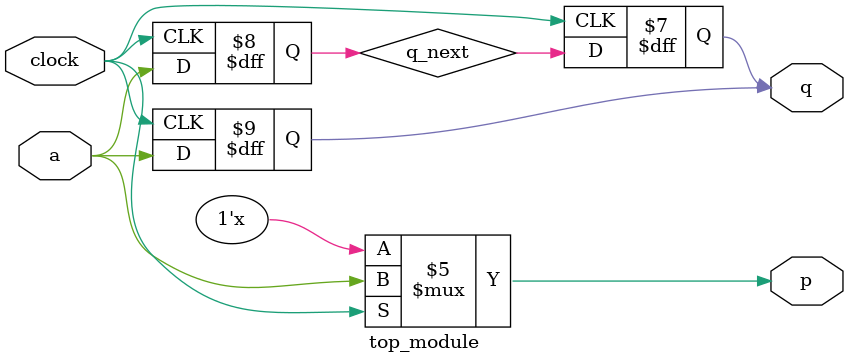
<source format=sv>
module top_module (
    input clock,
    input a,
    output reg p,
    output reg q
);

reg q_next;

always @(negedge clock)
    q <= a;

always @(a or clock)
    if (clock)
        p <= a;

always @(posedge clock)
    q_next <= a;

always @(posedge clock)
    q <= q_next;

endmodule

</source>
